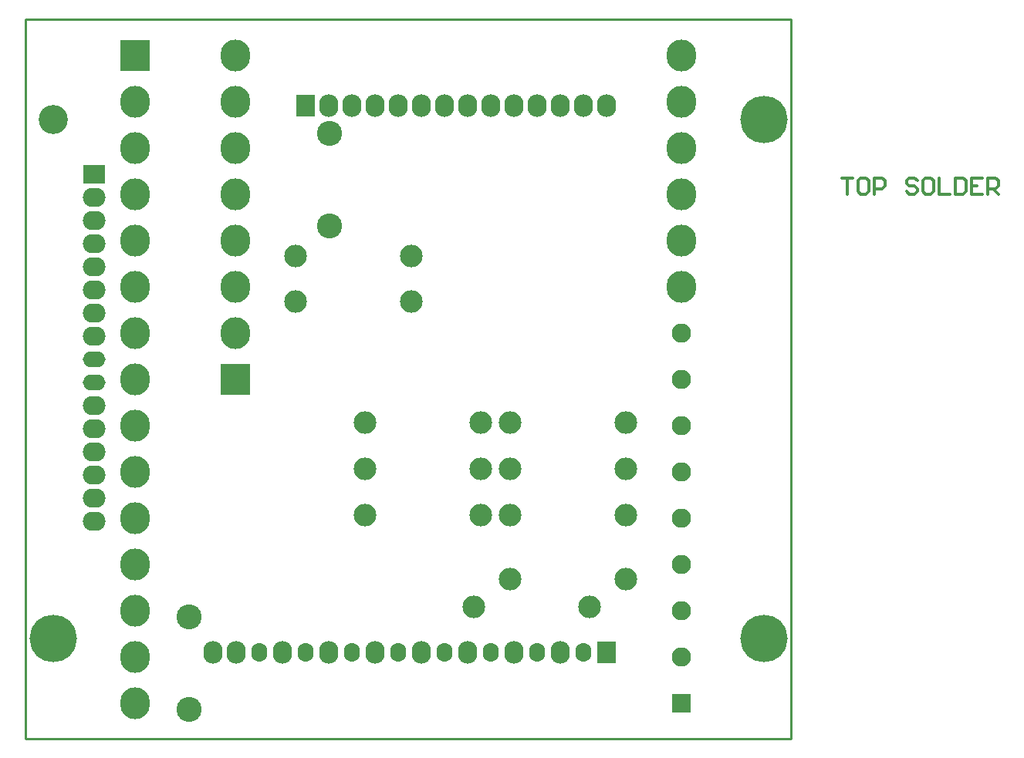
<source format=gts>
%FSLAX25Y25*%
%MOIN*%
G70*
G01*
G75*
G04 Layer_Color=8388736*
%ADD10C,0.04000*%
%ADD11C,0.00800*%
%ADD12C,0.01200*%
%ADD13C,0.09000*%
%ADD14R,0.07500X0.09000*%
%ADD15O,0.06000X0.07500*%
%ADD16O,0.07500X0.09000*%
%ADD17C,0.19685*%
%ADD18C,0.11811*%
%ADD19O,0.12000X0.13000*%
%ADD20C,0.07500*%
%ADD21R,0.07500X0.07500*%
%ADD22R,0.12000X0.13000*%
%ADD23O,0.09000X0.07500*%
%ADD24O,0.09000X0.06000*%
%ADD25R,0.09000X0.07500*%
%ADD26C,0.10000*%
%ADD27C,0.03600*%
%ADD28C,0.03000*%
%ADD29C,0.01600*%
%ADD30R,0.27559X0.35433*%
%ADD31R,0.19685X0.35433*%
%ADD32C,0.01000*%
%ADD33C,0.00400*%
%ADD34C,0.01400*%
%ADD35C,0.02000*%
%ADD36C,0.09800*%
%ADD37R,0.08300X0.09800*%
%ADD38O,0.06800X0.08300*%
%ADD39O,0.08300X0.09800*%
%ADD40C,0.20485*%
%ADD41C,0.12611*%
%ADD42O,0.12800X0.13800*%
%ADD43C,0.08300*%
%ADD44R,0.08300X0.08300*%
%ADD45R,0.12800X0.13800*%
%ADD46O,0.09800X0.08300*%
%ADD47O,0.09800X0.06800*%
%ADD48R,0.09800X0.08300*%
%ADD49C,0.10800*%
D12*
X738324Y628260D02*
X742990D01*
X740657D01*
Y621263D01*
X748821Y628260D02*
X746488D01*
X745322Y627094D01*
Y622429D01*
X746488Y621263D01*
X748821D01*
X749987Y622429D01*
Y627094D01*
X748821Y628260D01*
X752320Y621263D02*
Y628260D01*
X755819D01*
X756985Y627094D01*
Y624761D01*
X755819Y623595D01*
X752320D01*
X770981Y627094D02*
X769814Y628260D01*
X767482D01*
X766315Y627094D01*
Y625928D01*
X767482Y624761D01*
X769814D01*
X770981Y623595D01*
Y622429D01*
X769814Y621263D01*
X767482D01*
X766315Y622429D01*
X776812Y628260D02*
X774479D01*
X773313Y627094D01*
Y622429D01*
X774479Y621263D01*
X776812D01*
X777978Y622429D01*
Y627094D01*
X776812Y628260D01*
X780311D02*
Y621263D01*
X784976D01*
X787309Y628260D02*
Y621263D01*
X790807D01*
X791974Y622429D01*
Y627094D01*
X790807Y628260D01*
X787309D01*
X798972D02*
X794306D01*
Y621263D01*
X798972D01*
X794306Y624761D02*
X796639D01*
X801304Y621263D02*
Y628260D01*
X804803D01*
X805969Y627094D01*
Y624761D01*
X804803Y623595D01*
X801304D01*
X803637D02*
X805969Y621263D01*
D32*
X385827Y385827D02*
X716535D01*
X385827D02*
Y696850D01*
X716535D01*
Y385827D02*
Y696850D01*
D36*
X552559Y594488D02*
D03*
X502559D02*
D03*
X552559Y574803D02*
D03*
X502559D02*
D03*
X645000Y455000D02*
D03*
X595000D02*
D03*
X629500Y443000D02*
D03*
X579500D02*
D03*
X582500Y522500D02*
D03*
X532500D02*
D03*
X582500Y482500D02*
D03*
X532500D02*
D03*
X645000D02*
D03*
X595000D02*
D03*
X582500Y502500D02*
D03*
X532500D02*
D03*
X645000D02*
D03*
X595000D02*
D03*
X645000Y522500D02*
D03*
X595000D02*
D03*
D37*
X636693Y423228D02*
D03*
X506772Y659449D02*
D03*
D38*
X626693Y423228D02*
D03*
X606693D02*
D03*
X586693D02*
D03*
X566693D02*
D03*
X546693D02*
D03*
X526693D02*
D03*
X506693D02*
D03*
X486693D02*
D03*
D39*
X616693D02*
D03*
X596693D02*
D03*
X576693D02*
D03*
X556693D02*
D03*
X536693D02*
D03*
X516693D02*
D03*
X496693D02*
D03*
X476693D02*
D03*
X466693D02*
D03*
X636772Y659449D02*
D03*
X626772D02*
D03*
X616772D02*
D03*
X606772D02*
D03*
X596772D02*
D03*
X586772D02*
D03*
X576772D02*
D03*
X566772D02*
D03*
X556772D02*
D03*
X546772D02*
D03*
X536772D02*
D03*
X526772D02*
D03*
X516772D02*
D03*
D40*
X397638Y429134D02*
D03*
X704724D02*
D03*
Y653543D02*
D03*
D41*
X397638D02*
D03*
D42*
X669291Y661339D02*
D03*
Y641339D02*
D03*
Y621339D02*
D03*
Y601339D02*
D03*
Y581339D02*
D03*
Y681339D02*
D03*
X433071Y401339D02*
D03*
Y661339D02*
D03*
Y641339D02*
D03*
Y621339D02*
D03*
Y601339D02*
D03*
Y581339D02*
D03*
Y561339D02*
D03*
Y541339D02*
D03*
Y521339D02*
D03*
Y501339D02*
D03*
Y481339D02*
D03*
Y461339D02*
D03*
Y441339D02*
D03*
Y421339D02*
D03*
X476516Y681339D02*
D03*
Y661339D02*
D03*
Y641339D02*
D03*
Y621339D02*
D03*
Y601339D02*
D03*
Y581339D02*
D03*
Y561339D02*
D03*
D43*
X669291D02*
D03*
Y541339D02*
D03*
Y521339D02*
D03*
Y501339D02*
D03*
Y481339D02*
D03*
Y461339D02*
D03*
Y441339D02*
D03*
Y421339D02*
D03*
D44*
Y401339D02*
D03*
D45*
X433071Y681339D02*
D03*
X476516Y541339D02*
D03*
D46*
X415354Y479921D02*
D03*
Y489921D02*
D03*
Y499921D02*
D03*
Y509921D02*
D03*
Y519921D02*
D03*
Y529921D02*
D03*
Y559921D02*
D03*
Y569921D02*
D03*
Y579921D02*
D03*
Y589921D02*
D03*
Y599921D02*
D03*
Y609921D02*
D03*
Y619921D02*
D03*
D47*
Y539921D02*
D03*
Y549921D02*
D03*
D48*
Y629921D02*
D03*
D49*
X456500Y438500D02*
D03*
Y398500D02*
D03*
X517000Y647500D02*
D03*
Y607500D02*
D03*
M02*

</source>
